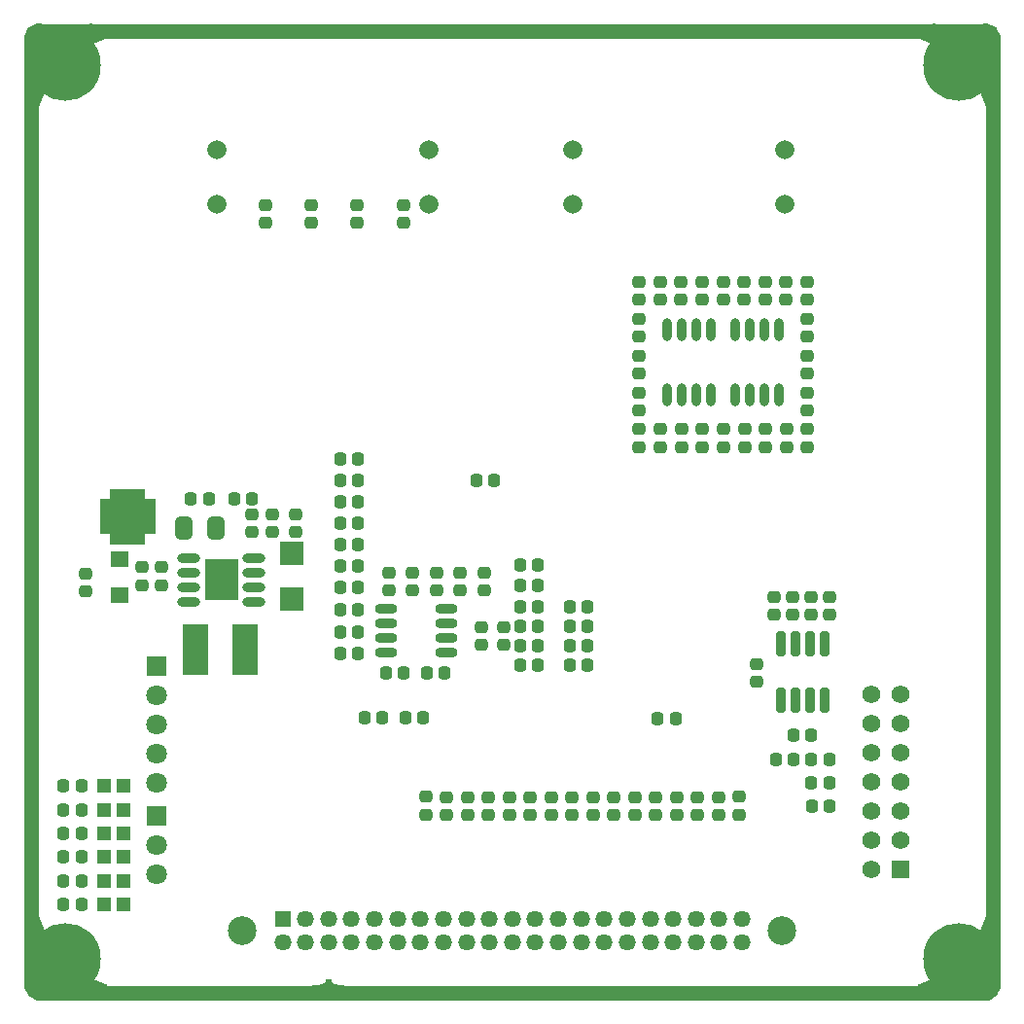
<source format=gbr>
G04*
G04 #@! TF.GenerationSoftware,Altium Limited,Altium Designer,24.1.2 (44)*
G04*
G04 Layer_Color=16711935*
%FSLAX44Y44*%
%MOMM*%
G71*
G04*
G04 #@! TF.SameCoordinates,178800DE-C825-426D-9C7D-1BE6540C9A12*
G04*
G04*
G04 #@! TF.FilePolarity,Negative*
G04*
G01*
G75*
%ADD23C,1.2300*%
G04:AMPARAMS|DCode=71|XSize=1.1532mm|YSize=1.0532mm|CornerRadius=0.3141mm|HoleSize=0mm|Usage=FLASHONLY|Rotation=270.000|XOffset=0mm|YOffset=0mm|HoleType=Round|Shape=RoundedRectangle|*
%AMROUNDEDRECTD71*
21,1,1.1532,0.4250,0,0,270.0*
21,1,0.5250,1.0532,0,0,270.0*
1,1,0.6282,-0.2125,-0.2625*
1,1,0.6282,-0.2125,0.2625*
1,1,0.6282,0.2125,0.2625*
1,1,0.6282,0.2125,-0.2625*
%
%ADD71ROUNDEDRECTD71*%
G04:AMPARAMS|DCode=81|XSize=1.1532mm|YSize=1.0532mm|CornerRadius=0.3141mm|HoleSize=0mm|Usage=FLASHONLY|Rotation=180.000|XOffset=0mm|YOffset=0mm|HoleType=Round|Shape=RoundedRectangle|*
%AMROUNDEDRECTD81*
21,1,1.1532,0.4250,0,0,180.0*
21,1,0.5250,1.0532,0,0,180.0*
1,1,0.6282,-0.2625,0.2125*
1,1,0.6282,0.2625,0.2125*
1,1,0.6282,0.2625,-0.2125*
1,1,0.6282,-0.2625,-0.2125*
%
%ADD81ROUNDEDRECTD81*%
%ADD86R,2.0032X2.0032*%
%ADD114O,0.8032X2.0032*%
%ADD118R,1.5732X1.5732*%
%ADD119C,1.5732*%
%ADD120C,1.6612*%
%ADD121C,1.4612*%
%ADD122R,1.4612X1.4612*%
%ADD123C,2.5032*%
%ADD124C,1.2032*%
%ADD125C,6.2032*%
%ADD126C,1.8032*%
%ADD127R,1.8032X1.8032*%
%ADD162R,0.3769X0.4877*%
%ADD163R,0.8704X0.4005*%
%ADD164R,0.7127X0.4784*%
%ADD165R,0.5175X0.4406*%
G04:AMPARAMS|DCode=166|XSize=1.8432mm|YSize=0.7932mm|CornerRadius=0.2491mm|HoleSize=0mm|Usage=FLASHONLY|Rotation=0.000|XOffset=0mm|YOffset=0mm|HoleType=Round|Shape=RoundedRectangle|*
%AMROUNDEDRECTD166*
21,1,1.8432,0.2950,0,0,0.0*
21,1,1.3450,0.7932,0,0,0.0*
1,1,0.4982,0.6725,-0.1475*
1,1,0.4982,-0.6725,-0.1475*
1,1,0.4982,-0.6725,0.1475*
1,1,0.4982,0.6725,0.1475*
%
%ADD166ROUNDEDRECTD166*%
G04:AMPARAMS|DCode=167|XSize=2.1732mm|YSize=0.7932mm|CornerRadius=0.1754mm|HoleSize=0mm|Usage=FLASHONLY|Rotation=270.000|XOffset=0mm|YOffset=0mm|HoleType=Round|Shape=RoundedRectangle|*
%AMROUNDEDRECTD167*
21,1,2.1732,0.4425,0,0,270.0*
21,1,1.8225,0.7932,0,0,270.0*
1,1,0.3507,-0.2213,-0.9113*
1,1,0.3507,-0.2213,0.9113*
1,1,0.3507,0.2213,0.9113*
1,1,0.3507,0.2213,-0.9113*
%
%ADD167ROUNDEDRECTD167*%
%ADD168R,2.9210X3.6068*%
%ADD169O,2.0032X0.8032*%
%ADD170R,2.8532X2.8532*%
%ADD171R,1.0588X0.5286*%
%ADD172R,0.5286X1.0588*%
%ADD173R,2.2032X4.4032*%
G04:AMPARAMS|DCode=174|XSize=1.9532mm|YSize=1.4532mm|CornerRadius=0.3454mm|HoleSize=0mm|Usage=FLASHONLY|Rotation=270.000|XOffset=0mm|YOffset=0mm|HoleType=Round|Shape=RoundedRectangle|*
%AMROUNDEDRECTD174*
21,1,1.9532,0.7625,0,0,270.0*
21,1,1.2625,1.4532,0,0,270.0*
1,1,0.6907,-0.3813,-0.6313*
1,1,0.6907,-0.3813,0.6313*
1,1,0.6907,0.3813,0.6313*
1,1,0.6907,0.3813,-0.6313*
%
%ADD174ROUNDEDRECTD174*%
%ADD175R,1.3000X1.2000*%
%ADD176R,1.5032X1.3532*%
G36*
X72648Y837500D02*
X60019Y831975D01*
X36000Y840536D01*
X16458Y833570D01*
X9459Y814000D01*
X18057Y789957D01*
X12506Y777344D01*
X206Y791390D01*
X5266Y814000D01*
X206Y836610D01*
X11965Y837939D01*
Y837959D01*
X12003Y837997D01*
X12081Y837997D01*
X13429Y849800D01*
X36000Y844737D01*
X58571Y849800D01*
X72648Y837500D01*
D02*
G37*
G36*
X837944Y838035D02*
X837959D01*
X837997Y837997D01*
X837997Y837917D01*
X849806Y836531D01*
X849739Y835705D01*
X849538Y834400D01*
X847395Y824398D01*
X844871Y814000D01*
X847395Y803602D01*
X849538Y793599D01*
X849739Y792295D01*
X849806Y791469D01*
X837506Y777359D01*
X832007Y790005D01*
X840530Y814000D01*
X833584Y833555D01*
X814000Y840536D01*
X789981Y831974D01*
X777352Y837500D01*
X791429Y849800D01*
X814000Y844737D01*
X836571Y849800D01*
X837944Y838035D01*
D02*
G37*
G36*
X849806Y58532D02*
X849739Y57706D01*
X849538Y56401D01*
X847395Y46399D01*
X844871Y36000D01*
X847395Y25601D01*
X849538Y15599D01*
X849739Y14294D01*
X849806Y13468D01*
X838035Y12063D01*
Y12041D01*
X837997Y12003D01*
X837924Y12003D01*
X836571Y200D01*
X835750Y267D01*
X834449Y468D01*
X824447Y2607D01*
X814000Y5135D01*
X803553Y2607D01*
X793551Y468D01*
X792250Y267D01*
X791430Y200D01*
X777352Y12500D01*
X789981Y18025D01*
X806876Y12003D01*
X814000Y9464D01*
X833583Y16444D01*
X840530Y36000D01*
X832006Y59995D01*
X837506Y72641D01*
X849806Y58532D01*
D02*
G37*
G36*
X18057Y60043D02*
X9459Y36000D01*
X16457Y16430D01*
X36000Y9464D01*
X60019Y18026D01*
X72648Y12500D01*
X58571Y200D01*
X57750Y267D01*
X56450Y468D01*
X46447Y2607D01*
X36000Y5135D01*
X25553Y2607D01*
X15550Y468D01*
X14250Y267D01*
X13429Y200D01*
X12068Y11965D01*
X12041D01*
X12003Y12003D01*
X12003Y12081D01*
X206Y13390D01*
X5266Y36000D01*
X206Y58610D01*
X12506Y72656D01*
X18057Y60043D01*
D02*
G37*
G36*
X267663Y16615D02*
X268032Y15752D01*
X268647Y14990D01*
X269508Y14329D01*
X270615Y13770D01*
X271968Y13313D01*
X273567Y12958D01*
X277503Y12551D01*
X279840Y12500D01*
X265000Y200D01*
X250160Y12500D01*
X252497Y12551D01*
X254588Y12703D01*
X256433Y12958D01*
X258032Y13313D01*
X259385Y13770D01*
X260492Y14329D01*
X261353Y14990D01*
X261968Y15752D01*
X262337Y16615D01*
X262460Y17580D01*
X267540D01*
X267663Y16615D01*
D02*
G37*
D23*
X12006Y843650D02*
G03*
X6356Y838012I0J-5650D01*
G01*
X6356Y12000D02*
G03*
X11994Y6350I5650J0D01*
G01*
X838006Y6350D02*
G03*
X843656Y11988I0J5650D01*
G01*
X843656Y838000D02*
G03*
X838024Y843650I-5650J0D01*
G01*
X6356Y155503D02*
Y415503D01*
X843656Y706779D02*
Y837975D01*
X843656Y696779D02*
X843656Y706779D01*
X843656Y426780D02*
Y696779D01*
X843656Y416780D02*
X843656Y426780D01*
X843656Y156780D02*
Y416780D01*
X843656Y146780D02*
X843656Y156780D01*
X843656Y12000D02*
Y146780D01*
X700857Y6350D02*
X837981D01*
X690857Y6350D02*
X700857Y6350D01*
X430857Y6350D02*
X690857D01*
X706321Y843650D02*
X838006D01*
X696321Y843650D02*
X706321Y843650D01*
X426322Y843650D02*
X696321D01*
X416322Y843650D02*
X426322Y843650D01*
X156323Y843650D02*
X416322D01*
X146323Y843650D02*
X156323Y843650D01*
X12024Y843650D02*
X146323D01*
X420857Y6350D02*
X430857Y6350D01*
X265000Y6350D02*
X420857D01*
X12006Y6350D02*
X140858D01*
X150858Y6350D01*
X265000D01*
X6356Y705502D02*
Y838000D01*
X6356Y695502D02*
X6356Y705502D01*
X6356Y425503D02*
Y695502D01*
X6356Y415503D02*
X6356Y425503D01*
X6356Y145503D02*
X6356Y155503D01*
X6356Y12025D02*
Y145503D01*
D71*
X290780Y339550D02*
D03*
X275280D02*
D03*
X290780Y320399D02*
D03*
X275280D02*
D03*
X290780Y358702D02*
D03*
X275280D02*
D03*
X275280Y301248D02*
D03*
X290780D02*
D03*
X685670Y168410D02*
D03*
X701170D02*
D03*
X685403Y189004D02*
D03*
X700902D02*
D03*
X669902Y230193D02*
D03*
X685403D02*
D03*
X700902Y209599D02*
D03*
X685403D02*
D03*
X669902D02*
D03*
X654402D02*
D03*
X34160Y82804D02*
D03*
X49660D02*
D03*
X34160Y103497D02*
D03*
X49660D02*
D03*
X34160Y124189D02*
D03*
X49660D02*
D03*
X34160Y144881D02*
D03*
X49660D02*
D03*
X290780Y433682D02*
D03*
X275280D02*
D03*
X290780Y377447D02*
D03*
X275280D02*
D03*
X290780Y414937D02*
D03*
X275280D02*
D03*
X290780Y396059D02*
D03*
X275280D02*
D03*
X275280Y452427D02*
D03*
X290780D02*
D03*
X275280Y471172D02*
D03*
X290780D02*
D03*
X296556Y245638D02*
D03*
X312056D02*
D03*
X198484Y436212D02*
D03*
X182984D02*
D03*
X34160Y186265D02*
D03*
X49660D02*
D03*
X34160Y165573D02*
D03*
X49660D02*
D03*
X409250Y452500D02*
D03*
X393750D02*
D03*
X332116Y245638D02*
D03*
X347616D02*
D03*
X431956Y308177D02*
D03*
X447456D02*
D03*
X431956Y342366D02*
D03*
X447456D02*
D03*
X431956Y325271D02*
D03*
X447456D02*
D03*
X431956Y291083D02*
D03*
X447456D02*
D03*
X475219Y342366D02*
D03*
X490719D02*
D03*
X475219Y308177D02*
D03*
X490719D02*
D03*
X475219Y325271D02*
D03*
X490719D02*
D03*
X475219Y291083D02*
D03*
X490719D02*
D03*
X160755Y436071D02*
D03*
X145255D02*
D03*
X431958Y378231D02*
D03*
X447458D02*
D03*
Y360781D02*
D03*
X431958D02*
D03*
X366204Y284416D02*
D03*
X350704D02*
D03*
X330644D02*
D03*
X315144D02*
D03*
X551517Y245146D02*
D03*
X567017D02*
D03*
D81*
X400674Y371902D02*
D03*
Y356402D02*
D03*
X359026Y371902D02*
D03*
Y356402D02*
D03*
X338202Y371902D02*
D03*
Y356402D02*
D03*
X317378Y371902D02*
D03*
Y356402D02*
D03*
X379850Y371902D02*
D03*
Y356402D02*
D03*
X668978Y350650D02*
D03*
Y335150D02*
D03*
X684922Y335150D02*
D03*
Y350650D02*
D03*
X700866Y335150D02*
D03*
Y350650D02*
D03*
X653034Y335150D02*
D03*
Y350650D02*
D03*
X637573Y276877D02*
D03*
Y292377D02*
D03*
X349504Y161160D02*
D03*
Y176660D02*
D03*
X367707Y161014D02*
D03*
Y176514D02*
D03*
X385911Y176514D02*
D03*
Y161014D02*
D03*
X404114Y161014D02*
D03*
Y176514D02*
D03*
X422317Y161014D02*
D03*
Y176514D02*
D03*
X440521Y176514D02*
D03*
Y161014D02*
D03*
X458724Y176514D02*
D03*
Y161014D02*
D03*
X476927Y161014D02*
D03*
Y176514D02*
D03*
X495131Y161014D02*
D03*
Y176514D02*
D03*
X513334Y161014D02*
D03*
Y176514D02*
D03*
X531537Y176514D02*
D03*
Y161014D02*
D03*
X549740Y161014D02*
D03*
Y176514D02*
D03*
X567944Y161014D02*
D03*
Y176514D02*
D03*
X586147Y176514D02*
D03*
Y161014D02*
D03*
X604350Y161014D02*
D03*
Y176514D02*
D03*
X622554Y161160D02*
D03*
Y176660D02*
D03*
X53866Y355470D02*
D03*
Y370970D02*
D03*
X663445Y625166D02*
D03*
Y609666D02*
D03*
X608577Y609666D02*
D03*
Y625166D02*
D03*
X681984Y481200D02*
D03*
Y496700D02*
D03*
X645343Y496700D02*
D03*
Y481200D02*
D03*
X626866Y609666D02*
D03*
Y625166D02*
D03*
X663664Y496700D02*
D03*
Y481200D02*
D03*
X535419Y625166D02*
D03*
Y609666D02*
D03*
X553740Y481200D02*
D03*
Y496700D02*
D03*
X571998Y609666D02*
D03*
Y625166D02*
D03*
X590381Y496700D02*
D03*
Y481200D02*
D03*
X590287Y609666D02*
D03*
Y625166D02*
D03*
X572060Y496700D02*
D03*
Y481200D02*
D03*
X198611Y422861D02*
D03*
Y407361D02*
D03*
X210000Y676410D02*
D03*
Y691910D02*
D03*
X250000Y676410D02*
D03*
Y691910D02*
D03*
X681860Y577550D02*
D03*
Y593050D02*
D03*
X681860Y560933D02*
D03*
Y545433D02*
D03*
X681859Y609666D02*
D03*
Y625166D02*
D03*
X681860Y528816D02*
D03*
Y513316D02*
D03*
X645281Y609666D02*
D03*
Y625166D02*
D03*
X627147Y496700D02*
D03*
Y481200D02*
D03*
X535544Y545433D02*
D03*
Y560933D02*
D03*
X535544Y528816D02*
D03*
Y513316D02*
D03*
X535544Y577550D02*
D03*
Y593050D02*
D03*
X535544Y496700D02*
D03*
Y481200D02*
D03*
X553833Y609666D02*
D03*
Y625166D02*
D03*
X608827Y496700D02*
D03*
Y481200D02*
D03*
X236504Y407250D02*
D03*
Y422750D02*
D03*
X102966Y376507D02*
D03*
Y361007D02*
D03*
X119444Y376606D02*
D03*
Y361106D02*
D03*
X417190Y309101D02*
D03*
Y324601D02*
D03*
X398263Y309101D02*
D03*
Y324601D02*
D03*
X216370Y407361D02*
D03*
Y422861D02*
D03*
X330454Y676410D02*
D03*
Y691910D02*
D03*
X290000Y676410D02*
D03*
Y691910D02*
D03*
D86*
X232733Y388601D02*
D03*
Y348601D02*
D03*
D114*
X619234Y583531D02*
D03*
X631934D02*
D03*
X644633D02*
D03*
X657334D02*
D03*
X619234Y527031D02*
D03*
X631934D02*
D03*
X644633D02*
D03*
X657334D02*
D03*
X597644Y527031D02*
D03*
X584944D02*
D03*
X572243D02*
D03*
X559543D02*
D03*
X597644Y583531D02*
D03*
X584944D02*
D03*
X572243D02*
D03*
X559543D02*
D03*
D118*
X762700Y113800D02*
D03*
D119*
X737300D02*
D03*
X762700Y139200D02*
D03*
X737300D02*
D03*
X762700Y164600D02*
D03*
X737300D02*
D03*
Y190000D02*
D03*
Y215400D02*
D03*
X762700Y240800D02*
D03*
X737300D02*
D03*
X762700Y266200D02*
D03*
X737300D02*
D03*
X762700Y190000D02*
D03*
Y215400D02*
D03*
D120*
X352500Y692500D02*
D03*
X167500D02*
D03*
X352500Y740000D02*
D03*
X167500D02*
D03*
X662500Y692500D02*
D03*
X477500D02*
D03*
X662500Y740000D02*
D03*
X477500D02*
D03*
D121*
X625000Y50000D02*
D03*
Y70000D02*
D03*
X605000Y50000D02*
D03*
Y70000D02*
D03*
X585000Y50000D02*
D03*
Y70000D02*
D03*
X565000Y50000D02*
D03*
Y70000D02*
D03*
X545000Y50000D02*
D03*
Y70000D02*
D03*
X525000Y50000D02*
D03*
Y70000D02*
D03*
X505000Y50000D02*
D03*
Y70000D02*
D03*
X485000Y50000D02*
D03*
Y70000D02*
D03*
X465000Y50000D02*
D03*
Y70000D02*
D03*
X445000Y50000D02*
D03*
Y70000D02*
D03*
X425000Y50000D02*
D03*
Y70000D02*
D03*
X405000Y50000D02*
D03*
Y70000D02*
D03*
X385000Y50000D02*
D03*
Y70000D02*
D03*
X365000Y50000D02*
D03*
Y70000D02*
D03*
X345000Y50000D02*
D03*
Y70000D02*
D03*
X325000Y50000D02*
D03*
Y70000D02*
D03*
X305000Y50000D02*
D03*
Y70000D02*
D03*
X285000Y50000D02*
D03*
Y70000D02*
D03*
X265000Y50000D02*
D03*
Y70000D02*
D03*
X245000Y50000D02*
D03*
Y70000D02*
D03*
X225000Y50000D02*
D03*
D122*
Y70000D02*
D03*
D123*
X190000Y60000D02*
D03*
X660000D02*
D03*
D124*
X19560Y52440D02*
D03*
X52440Y19560D02*
D03*
X19560D02*
D03*
X52440Y52440D02*
D03*
X59250Y36000D02*
D03*
X36000Y13140D02*
D03*
X12750Y36000D02*
D03*
X36000Y59250D02*
D03*
X19560Y830440D02*
D03*
X52440Y797560D02*
D03*
X19560D02*
D03*
X52440Y830440D02*
D03*
X59250Y814000D02*
D03*
X36000Y791140D02*
D03*
X12750Y814000D02*
D03*
X36000Y837250D02*
D03*
X797560Y830440D02*
D03*
X830440Y797560D02*
D03*
X797560D02*
D03*
X830440Y830440D02*
D03*
X837250Y814000D02*
D03*
X814000Y791140D02*
D03*
X790750Y814000D02*
D03*
X814000Y837250D02*
D03*
X797560Y52440D02*
D03*
X830440Y19560D02*
D03*
X797560D02*
D03*
X830440Y52440D02*
D03*
X837250Y36000D02*
D03*
X814000Y13140D02*
D03*
X790750Y36000D02*
D03*
X814000Y59250D02*
D03*
D125*
X36000Y36000D02*
D03*
Y814000D02*
D03*
X814000D02*
D03*
Y36000D02*
D03*
D126*
X115316Y109728D02*
D03*
Y135128D02*
D03*
Y188516D02*
D03*
Y213916D02*
D03*
Y239316D02*
D03*
Y264716D02*
D03*
D127*
Y160528D02*
D03*
Y290116D02*
D03*
D162*
X14117Y835558D02*
D03*
D163*
X15211Y13999D02*
D03*
D164*
X834439Y14389D02*
D03*
D165*
X835453Y835831D02*
D03*
D166*
X367980Y302260D02*
D03*
Y314960D02*
D03*
Y327660D02*
D03*
Y340360D02*
D03*
X315280D02*
D03*
Y327660D02*
D03*
Y314960D02*
D03*
Y302260D02*
D03*
D167*
X658425Y310198D02*
D03*
X671125D02*
D03*
X683825D02*
D03*
X696525D02*
D03*
Y260698D02*
D03*
X683825D02*
D03*
X671125D02*
D03*
X658425D02*
D03*
D168*
X171657Y365732D02*
D03*
D169*
X199910Y384476D02*
D03*
Y371776D02*
D03*
Y359076D02*
D03*
Y346376D02*
D03*
X143410Y384476D02*
D03*
Y371776D02*
D03*
Y359076D02*
D03*
Y346376D02*
D03*
D170*
X89930Y420702D02*
D03*
D171*
X70906Y433202D02*
D03*
Y428202D02*
D03*
Y423202D02*
D03*
Y418202D02*
D03*
Y413202D02*
D03*
Y408202D02*
D03*
X108954D02*
D03*
Y413202D02*
D03*
Y418202D02*
D03*
Y423202D02*
D03*
Y428202D02*
D03*
Y433202D02*
D03*
D172*
X77430Y401678D02*
D03*
X82430D02*
D03*
X87430D02*
D03*
X92430D02*
D03*
X97430D02*
D03*
X102430D02*
D03*
Y439726D02*
D03*
X97430D02*
D03*
X92430D02*
D03*
X87430D02*
D03*
X82430D02*
D03*
X77430D02*
D03*
D173*
X192400Y304720D02*
D03*
X149000D02*
D03*
D174*
X166905Y410746D02*
D03*
X138905D02*
D03*
D175*
X69232Y82804D02*
D03*
X86232D02*
D03*
X69232Y103497D02*
D03*
X86232D02*
D03*
X69232Y124189D02*
D03*
X86232D02*
D03*
X69232Y144881D02*
D03*
X86232D02*
D03*
X69232Y186265D02*
D03*
X86232D02*
D03*
X69232Y165573D02*
D03*
X86232D02*
D03*
D176*
X82816Y383720D02*
D03*
Y352720D02*
D03*
M02*

</source>
